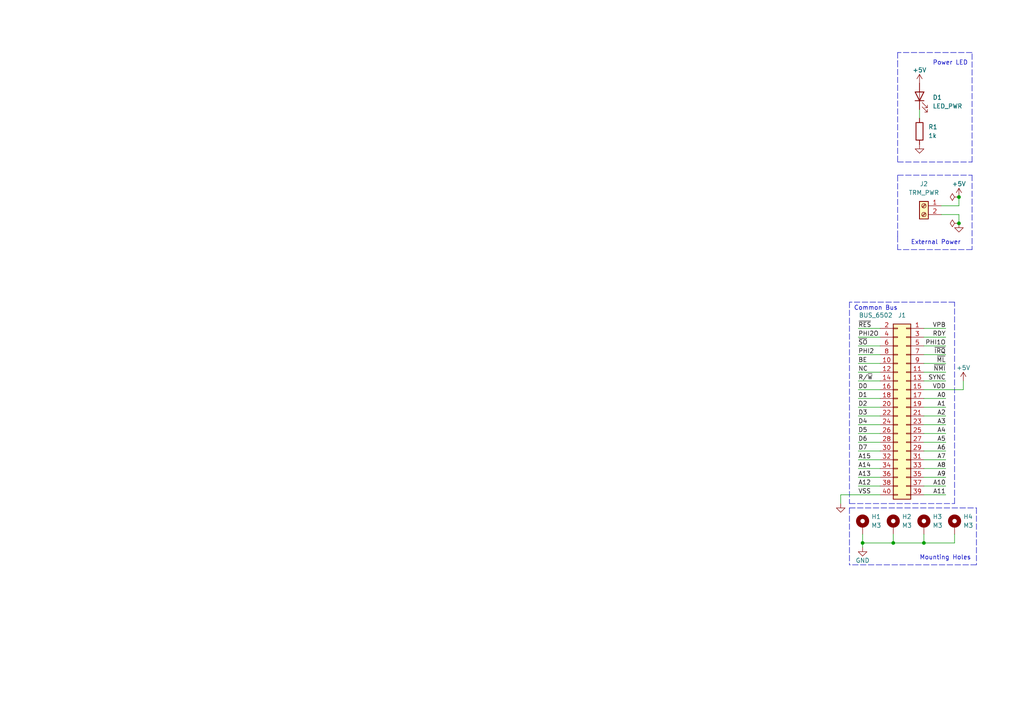
<source format=kicad_sch>
(kicad_sch (version 20211123) (generator eeschema)
  (paper "A4")
  (title_block (title "Retro Stack - Template") (date "2023-04-01") (rev "0") (company "Microcode.io"))
  (lib_symbols
    (symbol "Connector:Screw_Terminal_01x02" (pin_names (offset 1.016) hide)
      (property "Reference" "J" (at 0 2.54 0))
      (property "Value" "Screw_Terminal_01x02" (at 0 -5.08 0))
      (symbol "Screw_Terminal_01x02_1_1"
        (rectangle (start -1.27 1.27) (end 1.27 -3.81) (stroke (width 0.254)) (fill (type background)))
        (circle (center 0 -2.54) (radius 0.635) (stroke (width 0.1524)))
        (polyline (pts (xy -0.5334 -2.2098) (xy 0.3302 -3.048)) (stroke (width 0.1524)))
        (polyline (pts (xy -0.5334 0.3302) (xy 0.3302 -0.508)) (stroke (width 0.1524)))
        (polyline (pts (xy -0.3556 -2.032) (xy 0.508 -2.8702)) (stroke (width 0.1524)))
        (polyline (pts (xy -0.3556 0.508) (xy 0.508 -0.3302)) (stroke (width 0.1524)))
        (circle (center 0 0) (radius 0.635) (stroke (width 0.1524)))
        (pin passive line (at -5.08 0 0) (length 3.81) (name "Pin_1") (number "1"))
        (pin passive line (at -5.08 -2.54 0) (length 3.81) (name "Pin_2") (number "2"))
      )
    )
    (symbol "Connector_Generic:Conn_02x20_Odd_Even" (pin_names (offset 1.016) hide)
      (property "Reference" "J" (at 1.27 25.4 0))
      (property "Value" "Conn_02x20_Odd_Even" (at 1.27 -27.94 0))
      (symbol "Conn_02x20_Odd_Even_1_1"
        (rectangle (start -1.27 -25.273) (end 0 -25.527) (stroke (width 0.1524)))
        (rectangle (start -1.27 -22.733) (end 0 -22.987) (stroke (width 0.1524)))
        (rectangle (start -1.27 -20.193) (end 0 -20.447) (stroke (width 0.1524)))
        (rectangle (start -1.27 -17.653) (end 0 -17.907) (stroke (width 0.1524)))
        (rectangle (start -1.27 -15.113) (end 0 -15.367) (stroke (width 0.1524)))
        (rectangle (start -1.27 -12.573) (end 0 -12.827) (stroke (width 0.1524)))
        (rectangle (start -1.27 -10.033) (end 0 -10.287) (stroke (width 0.1524)))
        (rectangle (start -1.27 -7.493) (end 0 -7.747) (stroke (width 0.1524)))
        (rectangle (start -1.27 -4.953) (end 0 -5.207) (stroke (width 0.1524)))
        (rectangle (start -1.27 -2.413) (end 0 -2.667) (stroke (width 0.1524)))
        (rectangle (start -1.27 0.127) (end 0 -0.127) (stroke (width 0.1524)))
        (rectangle (start -1.27 2.667) (end 0 2.413) (stroke (width 0.1524)))
        (rectangle (start -1.27 5.207) (end 0 4.953) (stroke (width 0.1524)))
        (rectangle (start -1.27 7.747) (end 0 7.493) (stroke (width 0.1524)))
        (rectangle (start -1.27 10.287) (end 0 10.033) (stroke (width 0.1524)))
        (rectangle (start -1.27 12.827) (end 0 12.573) (stroke (width 0.1524)))
        (rectangle (start -1.27 15.367) (end 0 15.113) (stroke (width 0.1524)))
        (rectangle (start -1.27 17.907) (end 0 17.653) (stroke (width 0.1524)))
        (rectangle (start -1.27 20.447) (end 0 20.193) (stroke (width 0.1524)))
        (rectangle (start -1.27 22.987) (end 0 22.733) (stroke (width 0.1524)))
        (rectangle (start -1.27 24.13) (end 3.81 -26.67) (stroke (width 0.254)) (fill (type background)))
        (rectangle (start 3.81 -25.273) (end 2.54 -25.527) (stroke (width 0.1524)))
        (rectangle (start 3.81 -22.733) (end 2.54 -22.987) (stroke (width 0.1524)))
        (rectangle (start 3.81 -20.193) (end 2.54 -20.447) (stroke (width 0.1524)))
        (rectangle (start 3.81 -17.653) (end 2.54 -17.907) (stroke (width 0.1524)))
        (rectangle (start 3.81 -15.113) (end 2.54 -15.367) (stroke (width 0.1524)))
        (rectangle (start 3.81 -12.573) (end 2.54 -12.827) (stroke (width 0.1524)))
        (rectangle (start 3.81 -10.033) (end 2.54 -10.287) (stroke (width 0.1524)))
        (rectangle (start 3.81 -7.493) (end 2.54 -7.747) (stroke (width 0.1524)))
        (rectangle (start 3.81 -4.953) (end 2.54 -5.207) (stroke (width 0.1524)))
        (rectangle (start 3.81 -2.413) (end 2.54 -2.667) (stroke (width 0.1524)))
        (rectangle (start 3.81 0.127) (end 2.54 -0.127) (stroke (width 0.1524)))
        (rectangle (start 3.81 2.667) (end 2.54 2.413) (stroke (width 0.1524)))
        (rectangle (start 3.81 5.207) (end 2.54 4.953) (stroke (width 0.1524)))
        (rectangle (start 3.81 7.747) (end 2.54 7.493) (stroke (width 0.1524)))
        (rectangle (start 3.81 10.287) (end 2.54 10.033) (stroke (width 0.1524)))
        (rectangle (start 3.81 12.827) (end 2.54 12.573) (stroke (width 0.1524)))
        (rectangle (start 3.81 15.367) (end 2.54 15.113) (stroke (width 0.1524)))
        (rectangle (start 3.81 17.907) (end 2.54 17.653) (stroke (width 0.1524)))
        (rectangle (start 3.81 20.447) (end 2.54 20.193) (stroke (width 0.1524)))
        (rectangle (start 3.81 22.987) (end 2.54 22.733) (stroke (width 0.1524)))
        (pin passive line (at -5.08 22.86 0) (length 3.81) (name "Pin_1") (number "1"))
        (pin passive line (at 7.62 12.7 180) (length 3.81) (name "Pin_10") (number "10"))
        (pin passive line (at -5.08 10.16 0) (length 3.81) (name "Pin_11") (number "11"))
        (pin passive line (at 7.62 10.16 180) (length 3.81) (name "Pin_12") (number "12"))
        (pin passive line (at -5.08 7.62 0) (length 3.81) (name "Pin_13") (number "13"))
        (pin passive line (at 7.62 7.62 180) (length 3.81) (name "Pin_14") (number "14"))
        (pin passive line (at -5.08 5.08 0) (length 3.81) (name "Pin_15") (number "15"))
        (pin passive line (at 7.62 5.08 180) (length 3.81) (name "Pin_16") (number "16"))
        (pin passive line (at -5.08 2.54 0) (length 3.81) (name "Pin_17") (number "17"))
        (pin passive line (at 7.62 2.54 180) (length 3.81) (name "Pin_18") (number "18"))
        (pin passive line (at -5.08 0 0) (length 3.81) (name "Pin_19") (number "19"))
        (pin passive line (at 7.62 22.86 180) (length 3.81) (name "Pin_2") (number "2"))
        (pin passive line (at 7.62 0 180) (length 3.81) (name "Pin_20") (number "20"))
        (pin passive line (at -5.08 -2.54 0) (length 3.81) (name "Pin_21") (number "21"))
        (pin passive line (at 7.62 -2.54 180) (length 3.81) (name "Pin_22") (number "22"))
        (pin passive line (at -5.08 -5.08 0) (length 3.81) (name "Pin_23") (number "23"))
        (pin passive line (at 7.62 -5.08 180) (length 3.81) (name "Pin_24") (number "24"))
        (pin passive line (at -5.08 -7.62 0) (length 3.81) (name "Pin_25") (number "25"))
        (pin passive line (at 7.62 -7.62 180) (length 3.81) (name "Pin_26") (number "26"))
        (pin passive line (at -5.08 -10.16 0) (length 3.81) (name "Pin_27") (number "27"))
        (pin passive line (at 7.62 -10.16 180) (length 3.81) (name "Pin_28") (number "28"))
        (pin passive line (at -5.08 -12.7 0) (length 3.81) (name "Pin_29") (number "29"))
        (pin passive line (at -5.08 20.32 0) (length 3.81) (name "Pin_3") (number "3"))
        (pin passive line (at 7.62 -12.7 180) (length 3.81) (name "Pin_30") (number "30"))
        (pin passive line (at -5.08 -15.24 0) (length 3.81) (name "Pin_31") (number "31"))
        (pin passive line (at 7.62 -15.24 180) (length 3.81) (name "Pin_32") (number "32"))
        (pin passive line (at -5.08 -17.78 0) (length 3.81) (name "Pin_33") (number "33"))
        (pin passive line (at 7.62 -17.78 180) (length 3.81) (name "Pin_34") (number "34"))
        (pin passive line (at -5.08 -20.32 0) (length 3.81) (name "Pin_35") (number "35"))
        (pin passive line (at 7.62 -20.32 180) (length 3.81) (name "Pin_36") (number "36"))
        (pin passive line (at -5.08 -22.86 0) (length 3.81) (name "Pin_37") (number "37"))
        (pin passive line (at 7.62 -22.86 180) (length 3.81) (name "Pin_38") (number "38"))
        (pin passive line (at -5.08 -25.4 0) (length 3.81) (name "Pin_39") (number "39"))
        (pin passive line (at 7.62 20.32 180) (length 3.81) (name "Pin_4") (number "4"))
        (pin passive line (at 7.62 -25.4 180) (length 3.81) (name "Pin_40") (number "40"))
        (pin passive line (at -5.08 17.78 0) (length 3.81) (name "Pin_5") (number "5"))
        (pin passive line (at 7.62 17.78 180) (length 3.81) (name "Pin_6") (number "6"))
        (pin passive line (at -5.08 15.24 0) (length 3.81) (name "Pin_7") (number "7"))
        (pin passive line (at 7.62 15.24 180) (length 3.81) (name "Pin_8") (number "8"))
        (pin passive line (at -5.08 12.7 0) (length 3.81) (name "Pin_9") (number "9"))
      )
    )
    (symbol "Device:LED" (pin_numbers hide) (pin_names (offset 1.016) hide)
      (property "Reference" "D" (at 0 2.54 0))
      (property "Value" "LED" (at 0 -2.54 0))
      (symbol "LED_0_1"
        (polyline (pts (xy -1.27 -1.27) (xy -1.27 1.27)) (stroke (width 0.254)))
        (polyline (pts (xy -1.27 0) (xy 1.27 0)))
        (polyline (pts (xy 1.27 -1.27) (xy 1.27 1.27) (xy -1.27 0) (xy 1.27 -1.27)) (stroke (width 0.254)))
        (polyline (pts (xy -3.048 -0.762) (xy -4.572 -2.286) (xy -3.81 -2.286) (xy -4.572 -2.286) (xy -4.572 -1.524)))
        (polyline (pts (xy -1.778 -0.762) (xy -3.302 -2.286) (xy -2.54 -2.286) (xy -3.302 -2.286) (xy -3.302 -1.524)))
      )
      (symbol "LED_1_1"
        (pin passive line (at -3.81 0 0) (length 2.54) (name "K") (number "1"))
        (pin passive line (at 3.81 0 180) (length 2.54) (name "A") (number "2"))
      )
    )
    (symbol "Device:R" (pin_numbers hide) (pin_names (offset 0))
      (property "Reference" "R" (at 2.032 0 90))
      (property "Value" "R" (at 0 0 90))
      (symbol "R_0_1"
        (rectangle (start -1.016 -2.54) (end 1.016 2.54) (stroke (width 0.254)))
      )
      (symbol "R_1_1"
        (pin passive line (at 0 3.81 270) (length 1.27) (name "~") (number "1"))
        (pin passive line (at 0 -3.81 90) (length 1.27) (name "~") (number "2"))
      )
    )
    (symbol "Mechanical:MountingHole_Pad" (pin_numbers hide) (pin_names (offset 1.016) hide)
      (property "Reference" "H" (at 0 6.35 0))
      (property "Value" "MountingHole_Pad" (at 0 4.445 0))
      (symbol "MountingHole_Pad_0_1"
        (circle (center 0 1.27) (radius 1.27) (stroke (width 1.27)))
      )
      (symbol "MountingHole_Pad_1_1"
        (pin input line (at 0 -2.54 90) (length 2.54) (name "1") (number "1"))
      )
    )
    (symbol "power:+5V" (power) (pin_names (offset 0))
      (property "Value" "+5V" (at 0 3.556 0))
      (symbol "+5V_0_1"
        (polyline (pts (xy -0.762 1.27) (xy 0 2.54)))
        (polyline (pts (xy 0 0) (xy 0 2.54)))
        (polyline (pts (xy 0 2.54) (xy 0.762 1.27)))
      )
      (symbol "+5V_1_1"
        (pin power_in line (at 0 0 90) (length 0) hide (name "+5V") (number "1"))
      )
    )
    (symbol "power:GND" (power) (pin_names (offset 0))
      (property "Value" "GND" (at 0 -3.81 0))
      (symbol "GND_0_1"
        (polyline (pts (xy 0 0) (xy 0 -1.27) (xy 1.27 -1.27) (xy 0 -2.54) (xy -1.27 -1.27) (xy 0 -1.27)))
      )
      (symbol "GND_1_1"
        (pin power_in line (at 0 0 270) (length 0) hide (name "GND") (number "1"))
      )
    )
    (symbol "power:PWR_FLAG" (power) (pin_numbers hide) (pin_names (offset 0) hide)
      (property "Value" "PWR_FLAG" (at 0 3.81 0))
      (symbol "PWR_FLAG_0_0"
        (pin power_out line (at 0 0 90) (length 0) (name "pwr") (number "1"))
      )
      (symbol "PWR_FLAG_0_1"
        (polyline (pts (xy 0 0) (xy 0 1.27) (xy -1.016 1.905) (xy 0 2.54) (xy 1.016 1.905) (xy 0 1.27)))
      )
    )
  )
  (junction (at 278.13 57.15))
  (junction (at 278.13 64.77))
  (junction (at 259.08 157.48))
  (junction (at 267.97 157.48))
  (junction (at 250.19 157.48))
  (wire (pts (xy 248.92 118.11) (xy 255.27 118.11)))
  (wire (pts (xy 267.97 143.51) (xy 274.32 143.51)))
  (wire (pts (xy 278.13 62.23) (xy 278.13 64.77)))
  (wire (pts (xy 267.97 140.97) (xy 274.32 140.97)))
  (wire (pts (xy 248.92 107.95) (xy 255.27 107.95)))
  (wire (pts (xy 248.92 120.65) (xy 255.27 120.65)))
  (wire (pts (xy 248.92 123.19) (xy 255.27 123.19)))
  (wire (pts (xy 248.92 135.89) (xy 255.27 135.89)))
  (wire (pts (xy 267.97 100.33) (xy 274.32 100.33)))
  (wire (pts (xy 267.97 128.27) (xy 274.32 128.27)))
  (wire (pts (xy 267.97 157.48) (xy 259.08 157.48)))
  (wire (pts (xy 248.92 105.41) (xy 255.27 105.41)))
  (wire (pts (xy 267.97 120.65) (xy 274.32 120.65)))
  (wire (pts (xy 267.97 138.43) (xy 274.32 138.43)))
  (polyline (pts (xy 246.38 147.32) (xy 283.21 147.32)))
  (wire (pts (xy 267.97 102.87) (xy 274.32 102.87)))
  (polyline (pts (xy 281.94 46.99) (xy 281.94 15.24)))
  (wire (pts (xy 248.92 125.73) (xy 255.27 125.73)))
  (polyline (pts (xy 283.21 163.83) (xy 246.38 163.83)))
  (polyline (pts (xy 260.35 17.78) (xy 260.35 46.99)))
  (polyline (pts (xy 246.38 146.05) (xy 276.86 146.05)))
  (wire (pts (xy 267.97 107.95) (xy 274.32 107.95)))
  (wire (pts (xy 248.92 100.33) (xy 255.27 100.33)))
  (wire (pts (xy 267.97 130.81) (xy 274.32 130.81)))
  (wire (pts (xy 259.08 154.94) (xy 259.08 157.48)))
  (polyline (pts (xy 281.94 72.39) (xy 260.35 72.39)))
  (wire (pts (xy 248.92 128.27) (xy 255.27 128.27)))
  (wire (pts (xy 248.92 102.87) (xy 255.27 102.87)))
  (polyline (pts (xy 281.94 15.24) (xy 260.35 15.24)))
  (wire (pts (xy 267.97 110.49) (xy 274.32 110.49)))
  (wire (pts (xy 267.97 154.94) (xy 267.97 157.48)))
  (polyline (pts (xy 246.38 87.63) (xy 246.38 146.05)))
  (wire (pts (xy 273.05 59.69) (xy 278.13 59.69)))
  (wire (pts (xy 250.19 158.75) (xy 250.19 157.48)))
  (wire (pts (xy 267.97 133.35) (xy 274.32 133.35)))
  (polyline (pts (xy 260.35 68.58) (xy 260.35 50.8)))
  (wire (pts (xy 267.97 105.41) (xy 274.32 105.41)))
  (wire (pts (xy 248.92 95.25) (xy 255.27 95.25)))
  (wire (pts (xy 248.92 138.43) (xy 255.27 138.43)))
  (wire (pts (xy 279.4 110.49) (xy 279.4 113.03)))
  (wire (pts (xy 278.13 59.69) (xy 278.13 57.15)))
  (wire (pts (xy 248.92 133.35) (xy 255.27 133.35)))
  (wire (pts (xy 267.97 123.19) (xy 274.32 123.19)))
  (wire (pts (xy 248.92 97.79) (xy 255.27 97.79)))
  (polyline (pts (xy 260.35 50.8) (xy 281.94 50.8)))
  (polyline (pts (xy 260.35 68.58) (xy 260.35 72.39)))
  (polyline (pts (xy 281.94 50.8) (xy 281.94 72.39)))
  (polyline (pts (xy 283.21 147.32) (xy 283.21 163.83)))
  (wire (pts (xy 243.84 146.05) (xy 243.84 143.51)))
  (wire (pts (xy 267.97 125.73) (xy 274.32 125.73)))
  (wire (pts (xy 267.97 97.79) (xy 274.32 97.79)))
  (wire (pts (xy 273.05 62.23) (xy 278.13 62.23)))
  (wire (pts (xy 248.92 130.81) (xy 255.27 130.81)))
  (polyline (pts (xy 276.86 146.05) (xy 276.86 87.63)))
  (wire (pts (xy 276.86 154.94) (xy 276.86 157.48)))
  (wire (pts (xy 267.97 135.89) (xy 274.32 135.89)))
  (wire (pts (xy 250.19 157.48) (xy 250.19 154.94)))
  (wire (pts (xy 266.7 34.29) (xy 266.7 31.75)))
  (wire (pts (xy 259.08 157.48) (xy 250.19 157.48)))
  (polyline (pts (xy 260.35 15.24) (xy 260.35 17.78)))
  (polyline (pts (xy 276.86 87.63) (xy 246.38 87.63)))
  (wire (pts (xy 267.97 118.11) (xy 274.32 118.11)))
  (polyline (pts (xy 260.35 46.99) (xy 281.94 46.99)))
  (wire (pts (xy 248.92 140.97) (xy 255.27 140.97)))
  (wire (pts (xy 267.97 115.57) (xy 274.32 115.57)))
  (wire (pts (xy 267.97 95.25) (xy 274.32 95.25)))
  (wire (pts (xy 243.84 143.51) (xy 255.27 143.51)))
  (wire (pts (xy 248.92 110.49) (xy 255.27 110.49)))
  (wire (pts (xy 248.92 115.57) (xy 255.27 115.57)))
  (wire (pts (xy 248.92 113.03) (xy 255.27 113.03)))
  (wire (pts (xy 267.97 113.03) (xy 279.4 113.03)))
  (polyline (pts (xy 246.38 147.32) (xy 246.38 163.83)))
  (wire (pts (xy 276.86 157.48) (xy 267.97 157.48)))
  (text "External Power" (at 264.16 71.12 0) (effects (font (size 1.27 1.27)) (justify left bottom)))
  (text "Common Bus" (at 247.65 90.17 0) (effects (font (size 1.27 1.27)) (justify left bottom)))
  (text "Power LED" (at 270.51 19.05 0) (effects (font (size 1.27 1.27)) (justify left bottom)))
  (text "Mounting Holes" (at 266.7 162.56 0) (effects (font (size 1.27 1.27)) (justify left bottom)))
  (label "PHI1O" (at 274.32 100.33 180))
  (label "~{SO}" (at 248.92 100.33 0))
  (label "D6" (at 248.92 128.27 0))
  (label "A12" (at 248.92 140.97 0))
  (label "A10" (at 274.32 140.97 180))
  (label "NC" (at 248.92 107.95 0))
  (label "A6" (at 274.32 130.81 180))
  (label "A13" (at 248.92 138.43 0))
  (label "D0" (at 248.92 113.03 0))
  (label "D4" (at 248.92 123.19 0))
  (label "~{NMI}" (at 274.32 107.95 180))
  (label "A5" (at 274.32 128.27 180))
  (label "BE" (at 248.92 105.41 0))
  (label "A1" (at 274.32 118.11 180))
  (label "A2" (at 274.32 120.65 180))
  (label "~{IRQ}" (at 274.32 102.87 180))
  (label "PHI2" (at 248.92 102.87 0))
  (label "SYNC" (at 274.32 110.49 180))
  (label "D2" (at 248.92 118.11 0))
  (label "~{ML}" (at 274.32 105.41 180))
  (label "PHI2O" (at 248.92 97.79 0))
  (label "A7" (at 274.32 133.35 180))
  (label "A3" (at 274.32 123.19 180))
  (label "A8" (at 274.32 135.89 180))
  (label "VSS" (at 248.92 143.51 0))
  (label "A14" (at 248.92 135.89 0))
  (label "A15" (at 248.92 133.35 0))
  (label "R{slash}~{W}" (at 248.92 110.49 0))
  (label "D1" (at 248.92 115.57 0))
  (label "VDD" (at 274.32 113.03 180))
  (label "VPB" (at 274.32 95.25 180))
  (label "A9" (at 274.32 138.43 180))
  (label "D7" (at 248.92 130.81 0))
  (label "D3" (at 248.92 120.65 0))
  (label "A0" (at 274.32 115.57 180))
  (label "~{RES}" (at 248.92 95.25 0))
  (label "A11" (at 274.32 143.51 180))
  (label "D5" (at 248.92 125.73 0))
  (label "A4" (at 274.32 125.73 180))
  (label "RDY" (at 274.32 97.79 180))
  (symbol (lib_id "Mechanical:MountingHole_Pad") (at 259.08 152.4 0) (unit 1)
    (property "Reference" "H2" (at 261.62 149.8599 0) (effects (justify left)))
    (property "Value" "M3" (at 261.62 152.3999 0) (effects (justify left)))
    (property "Footprint" "MountingHole:MountingHole_3.2mm_M3_ISO7380_Pad" (effects hide))
  )
  (symbol (lib_id "Device:LED") (at 266.7 27.94 90) (unit 1)
    (property "Reference" "D1" (at 270.51 28.2574 90) (effects (justify right)))
    (property "Value" "LED_PWR" (at 270.51 30.7974 90) (effects (justify right)))
    (property "Footprint" "LED_THT:LED_D5.0mm" (effects hide))
  )
  (symbol (lib_id "power:+5V") (at 266.7 24.13 0) (unit 1)
    (property "Reference" "#PWR01" (effects hide))
    (property "Value" "+5V" (at 266.7 20.32 0))
  )
  (symbol (lib_id "Mechanical:MountingHole_Pad") (at 276.86 152.4 0) (unit 1)
    (property "Reference" "H4" (at 279.4 149.8599 0) (effects (justify left)))
    (property "Value" "M3" (at 279.4 152.3999 0) (effects (justify left)))
    (property "Footprint" "MountingHole:MountingHole_3.2mm_M3_ISO7380_Pad" (effects hide))
  )
  (symbol (lib_id "power:+5V") (at 278.13 57.15 0) (unit 1)
    (property "Reference" "#PWR03" (effects hide))
    (property "Value" "+5V" (at 278.13 53.34 0))
  )
  (symbol (lib_id "power:PWR_FLAG") (at 278.13 64.77 90) (unit 1)
    (property "Reference" "#FLG02" (effects hide))
    (property "Value" "PWR_FLAG" (effects hide))
  )
  (symbol (lib_id "Device:R") (at 266.7 38.1 0) (unit 1)
    (property "Reference" "R1" (at 269.24 36.8299 0) (effects (justify left)))
    (property "Value" "1k" (at 269.24 39.3699 0) (effects (justify left)))
    (property "Footprint" "Resistor_THT:R_Axial_DIN0204_L3.6mm_D1.6mm_P5.08mm_Horizontal" (effects hide))
  )
  (symbol (lib_id "Mechanical:MountingHole_Pad") (at 250.19 152.4 0) (unit 1)
    (property "Reference" "H1" (at 252.73 149.8599 0) (effects (justify left)))
    (property "Value" "M3" (at 252.73 152.3999 0) (effects (justify left)))
    (property "Footprint" "MountingHole:MountingHole_3.2mm_M3_ISO7380_Pad" (effects hide))
  )
  (symbol (lib_id "power:GND") (at 243.84 146.05 0) (unit 1)
    (property "Reference" "#PWR06" (effects hide))
    (property "Value" "GND" (effects hide))
  )
  (symbol (lib_id "power:GND") (at 278.13 64.77 0) (unit 1)
    (property "Reference" "#PWR04" (effects hide))
    (property "Value" "GND" (effects hide))
  )
  (symbol (lib_id "power:+5V") (at 279.4 110.49 0) (unit 1)
    (property "Reference" "#PWR05" (effects hide))
    (property "Value" "+5V" (at 279.4 106.68 0))
  )
  (symbol (lib_id "Mechanical:MountingHole_Pad") (at 267.97 152.4 0) (unit 1)
    (property "Reference" "H3" (at 270.51 149.8599 0) (effects (justify left)))
    (property "Value" "M3" (at 270.51 152.3999 0) (effects (justify left)))
    (property "Footprint" "MountingHole:MountingHole_3.2mm_M3_ISO7380_Pad" (effects hide))
  )
  (symbol (lib_id "power:GND") (at 250.19 158.75 0) (unit 1)
    (property "Reference" "#PWR0101" (effects hide))
    (property "Value" "GND" (at 250.19 162.56 0))
  )
  (symbol (lib_id "power:GND") (at 266.7 41.91 0) (unit 1)
    (property "Reference" "#PWR02" (effects hide))
    (property "Value" "GND" (effects hide))
  )
  (symbol (lib_id "Connector:Screw_Terminal_01x02") (at 267.97 59.69 0) (mirror y) (unit 1)
    (property "Reference" "J2" (at 267.97 53.34 0))
    (property "Value" "TRM_PWR" (at 267.97 55.88 0))
    (property "Footprint" "TerminalBlock_Phoenix:TerminalBlock_Phoenix_MPT-0,5-2-2.54_1x02_P2.54mm_Horizontal" (effects hide))
    (property "Datasheet" "https://www.phoenixcontact.com/us/products/1725656/pdf" (effects hide))
    (property "Mfr" "Phoenix Contact" (effects hide))
    (property "Mfr Part" "1725656 " (effects hide))
    (property "Supplier" "Mouser" (effects hide))
    (property "Supplier Part" "651-1725656 " (effects hide))
  )
  (symbol (lib_id "power:PWR_FLAG") (at 278.13 57.15 90) (unit 1)
    (property "Reference" "#FLG01" (effects hide))
    (property "Value" "PWR_FLAG" (effects hide))
  )
  (symbol (lib_id "Connector_Generic:Conn_02x20_Odd_Even") (at 262.89 118.11 0) (mirror y) (unit 1)
    (property "Reference" "J1" (at 261.62 91.44 0))
    (property "Value" "BUS_6502" (at 254 91.44 0))
    (property "Footprint" "Connector_IDC:IDC-Header_2x20_P2.54mm_Horizontal" (effects hide))
    (property "Datasheet" "https://www.mouser.com/datasheet/2/445/61204021721-3087630.pdf" (effects hide))
  )
)
</source>
